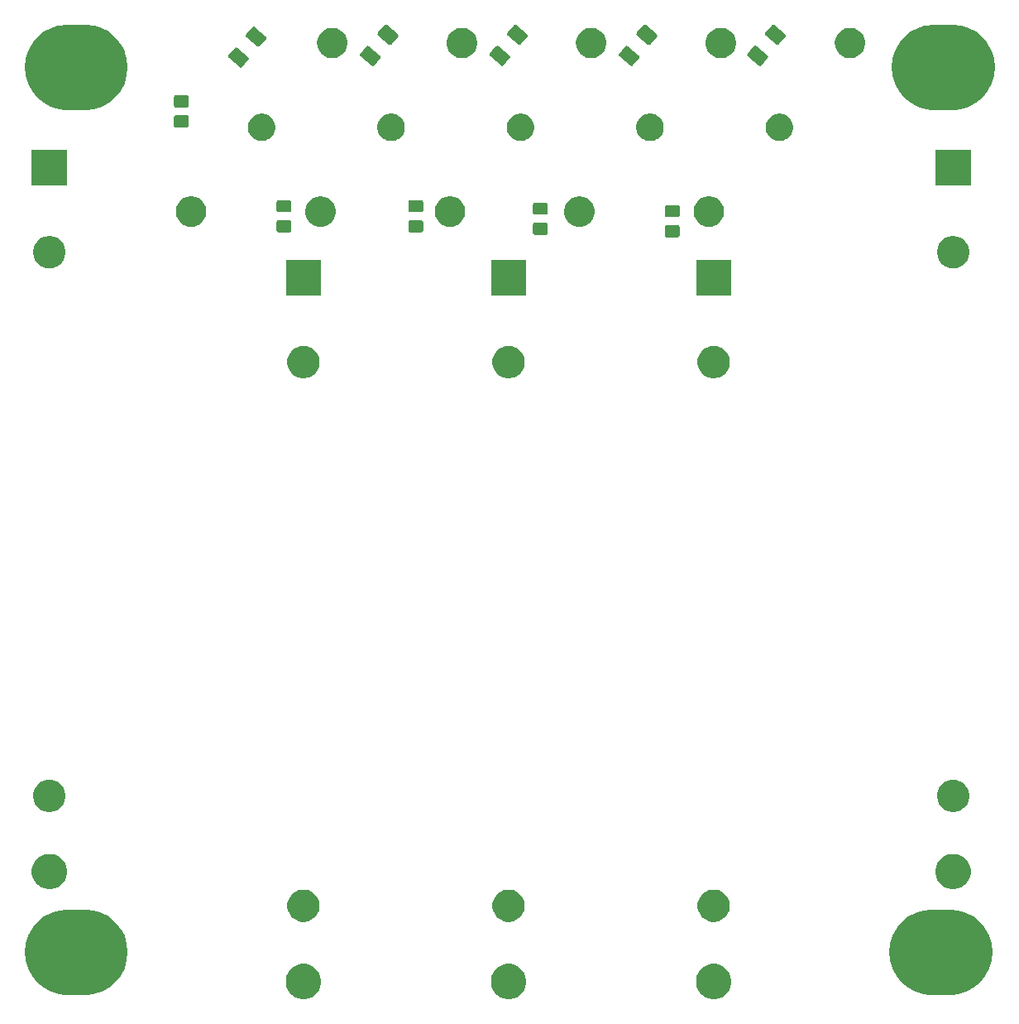
<source format=gbr>
G04 #@! TF.GenerationSoftware,KiCad,Pcbnew,(5.1.2)-2*
G04 #@! TF.CreationDate,2019-10-08T20:06:50+08:00*
G04 #@! TF.ProjectId,18650 holder,31383635-3020-4686-9f6c-6465722e6b69,rev?*
G04 #@! TF.SameCoordinates,Original*
G04 #@! TF.FileFunction,Soldermask,Top*
G04 #@! TF.FilePolarity,Negative*
%FSLAX46Y46*%
G04 Gerber Fmt 4.6, Leading zero omitted, Abs format (unit mm)*
G04 Created by KiCad (PCBNEW (5.1.2)-2) date 2019-10-08 20:06:50*
%MOMM*%
%LPD*%
G04 APERTURE LIST*
%ADD10C,0.100000*%
G04 APERTURE END LIST*
D10*
G36*
X175525331Y-133518211D02*
G01*
X175853092Y-133653974D01*
X176148070Y-133851072D01*
X176398928Y-134101930D01*
X176596026Y-134396908D01*
X176731789Y-134724669D01*
X176801000Y-135072616D01*
X176801000Y-135427384D01*
X176731789Y-135775331D01*
X176596026Y-136103092D01*
X176398928Y-136398070D01*
X176148070Y-136648928D01*
X175853092Y-136846026D01*
X175525331Y-136981789D01*
X175177384Y-137051000D01*
X174822616Y-137051000D01*
X174474669Y-136981789D01*
X174146908Y-136846026D01*
X173851930Y-136648928D01*
X173601072Y-136398070D01*
X173403974Y-136103092D01*
X173268211Y-135775331D01*
X173199000Y-135427384D01*
X173199000Y-135072616D01*
X173268211Y-134724669D01*
X173403974Y-134396908D01*
X173601072Y-134101930D01*
X173851930Y-133851072D01*
X174146908Y-133653974D01*
X174474669Y-133518211D01*
X174822616Y-133449000D01*
X175177384Y-133449000D01*
X175525331Y-133518211D01*
X175525331Y-133518211D01*
G37*
G36*
X154525331Y-133518211D02*
G01*
X154853092Y-133653974D01*
X155148070Y-133851072D01*
X155398928Y-134101930D01*
X155596026Y-134396908D01*
X155731789Y-134724669D01*
X155801000Y-135072616D01*
X155801000Y-135427384D01*
X155731789Y-135775331D01*
X155596026Y-136103092D01*
X155398928Y-136398070D01*
X155148070Y-136648928D01*
X154853092Y-136846026D01*
X154525331Y-136981789D01*
X154177384Y-137051000D01*
X153822616Y-137051000D01*
X153474669Y-136981789D01*
X153146908Y-136846026D01*
X152851930Y-136648928D01*
X152601072Y-136398070D01*
X152403974Y-136103092D01*
X152268211Y-135775331D01*
X152199000Y-135427384D01*
X152199000Y-135072616D01*
X152268211Y-134724669D01*
X152403974Y-134396908D01*
X152601072Y-134101930D01*
X152851930Y-133851072D01*
X153146908Y-133653974D01*
X153474669Y-133518211D01*
X153822616Y-133449000D01*
X154177384Y-133449000D01*
X154525331Y-133518211D01*
X154525331Y-133518211D01*
G37*
G36*
X133525331Y-133518211D02*
G01*
X133853092Y-133653974D01*
X134148070Y-133851072D01*
X134398928Y-134101930D01*
X134596026Y-134396908D01*
X134731789Y-134724669D01*
X134801000Y-135072616D01*
X134801000Y-135427384D01*
X134731789Y-135775331D01*
X134596026Y-136103092D01*
X134398928Y-136398070D01*
X134148070Y-136648928D01*
X133853092Y-136846026D01*
X133525331Y-136981789D01*
X133177384Y-137051000D01*
X132822616Y-137051000D01*
X132474669Y-136981789D01*
X132146908Y-136846026D01*
X131851930Y-136648928D01*
X131601072Y-136398070D01*
X131403974Y-136103092D01*
X131268211Y-135775331D01*
X131199000Y-135427384D01*
X131199000Y-135072616D01*
X131268211Y-134724669D01*
X131403974Y-134396908D01*
X131601072Y-134101930D01*
X131851930Y-133851072D01*
X132146908Y-133653974D01*
X132474669Y-133518211D01*
X132822616Y-133449000D01*
X133177384Y-133449000D01*
X133525331Y-133518211D01*
X133525331Y-133518211D01*
G37*
G36*
X111502943Y-127961955D02*
G01*
X111913029Y-128086354D01*
X112323112Y-128210751D01*
X112323114Y-128210752D01*
X113078978Y-128614769D01*
X113078981Y-128614771D01*
X113078982Y-128614772D01*
X113741508Y-129158492D01*
X114169215Y-129679656D01*
X114285231Y-129821022D01*
X114689248Y-130576886D01*
X114938045Y-131397057D01*
X115022052Y-132250000D01*
X114938045Y-133102943D01*
X114689248Y-133923114D01*
X114285231Y-134678978D01*
X114285229Y-134678981D01*
X114285228Y-134678982D01*
X113741508Y-135341508D01*
X113189694Y-135794369D01*
X113078978Y-135885231D01*
X112323114Y-136289248D01*
X112323112Y-136289249D01*
X111964377Y-136398070D01*
X111502943Y-136538045D01*
X110863748Y-136601000D01*
X108636252Y-136601000D01*
X107997057Y-136538045D01*
X107535623Y-136398070D01*
X107176888Y-136289249D01*
X107176886Y-136289248D01*
X106421022Y-135885231D01*
X106310306Y-135794369D01*
X105758492Y-135341508D01*
X105214772Y-134678982D01*
X105214771Y-134678981D01*
X105214769Y-134678978D01*
X104810752Y-133923114D01*
X104561955Y-133102943D01*
X104477948Y-132250000D01*
X104561955Y-131397057D01*
X104810752Y-130576886D01*
X105214769Y-129821022D01*
X105330785Y-129679656D01*
X105758492Y-129158492D01*
X106421018Y-128614772D01*
X106421019Y-128614771D01*
X106421022Y-128614769D01*
X107176886Y-128210752D01*
X107176888Y-128210751D01*
X107586971Y-128086354D01*
X107997057Y-127961955D01*
X108636252Y-127899000D01*
X110863748Y-127899000D01*
X111502943Y-127961955D01*
X111502943Y-127961955D01*
G37*
G36*
X200002943Y-127961955D02*
G01*
X200413029Y-128086354D01*
X200823112Y-128210751D01*
X200823114Y-128210752D01*
X201578978Y-128614769D01*
X201578981Y-128614771D01*
X201578982Y-128614772D01*
X202241508Y-129158492D01*
X202669215Y-129679656D01*
X202785231Y-129821022D01*
X203189248Y-130576886D01*
X203438045Y-131397057D01*
X203522052Y-132250000D01*
X203438045Y-133102943D01*
X203189248Y-133923114D01*
X202785231Y-134678978D01*
X202785229Y-134678981D01*
X202785228Y-134678982D01*
X202241508Y-135341508D01*
X201689694Y-135794369D01*
X201578978Y-135885231D01*
X200823114Y-136289248D01*
X200823112Y-136289249D01*
X200464377Y-136398070D01*
X200002943Y-136538045D01*
X199363748Y-136601000D01*
X197136252Y-136601000D01*
X196497057Y-136538045D01*
X196035623Y-136398070D01*
X195676888Y-136289249D01*
X195676886Y-136289248D01*
X194921022Y-135885231D01*
X194810306Y-135794369D01*
X194258492Y-135341508D01*
X193714772Y-134678982D01*
X193714771Y-134678981D01*
X193714769Y-134678978D01*
X193310752Y-133923114D01*
X193061955Y-133102943D01*
X192977948Y-132250000D01*
X193061955Y-131397057D01*
X193310752Y-130576886D01*
X193714769Y-129821022D01*
X193830785Y-129679656D01*
X194258492Y-129158492D01*
X194921018Y-128614772D01*
X194921019Y-128614771D01*
X194921022Y-128614769D01*
X195676886Y-128210752D01*
X195676888Y-128210751D01*
X196086971Y-128086354D01*
X196497057Y-127961955D01*
X197136252Y-127899000D01*
X199363748Y-127899000D01*
X200002943Y-127961955D01*
X200002943Y-127961955D01*
G37*
G36*
X133375256Y-125896298D02*
G01*
X133481579Y-125917447D01*
X133782042Y-126041903D01*
X134052451Y-126222585D01*
X134282415Y-126452549D01*
X134463097Y-126722958D01*
X134587553Y-127023421D01*
X134651000Y-127342391D01*
X134651000Y-127667609D01*
X134587553Y-127986579D01*
X134463097Y-128287042D01*
X134282415Y-128557451D01*
X134052451Y-128787415D01*
X133782042Y-128968097D01*
X133481579Y-129092553D01*
X133375256Y-129113702D01*
X133162611Y-129156000D01*
X132837389Y-129156000D01*
X132624744Y-129113702D01*
X132518421Y-129092553D01*
X132217958Y-128968097D01*
X131947549Y-128787415D01*
X131717585Y-128557451D01*
X131536903Y-128287042D01*
X131412447Y-127986579D01*
X131349000Y-127667609D01*
X131349000Y-127342391D01*
X131412447Y-127023421D01*
X131536903Y-126722958D01*
X131717585Y-126452549D01*
X131947549Y-126222585D01*
X132217958Y-126041903D01*
X132518421Y-125917447D01*
X132624744Y-125896298D01*
X132837389Y-125854000D01*
X133162611Y-125854000D01*
X133375256Y-125896298D01*
X133375256Y-125896298D01*
G37*
G36*
X154375256Y-125896298D02*
G01*
X154481579Y-125917447D01*
X154782042Y-126041903D01*
X155052451Y-126222585D01*
X155282415Y-126452549D01*
X155463097Y-126722958D01*
X155587553Y-127023421D01*
X155651000Y-127342391D01*
X155651000Y-127667609D01*
X155587553Y-127986579D01*
X155463097Y-128287042D01*
X155282415Y-128557451D01*
X155052451Y-128787415D01*
X154782042Y-128968097D01*
X154481579Y-129092553D01*
X154375256Y-129113702D01*
X154162611Y-129156000D01*
X153837389Y-129156000D01*
X153624744Y-129113702D01*
X153518421Y-129092553D01*
X153217958Y-128968097D01*
X152947549Y-128787415D01*
X152717585Y-128557451D01*
X152536903Y-128287042D01*
X152412447Y-127986579D01*
X152349000Y-127667609D01*
X152349000Y-127342391D01*
X152412447Y-127023421D01*
X152536903Y-126722958D01*
X152717585Y-126452549D01*
X152947549Y-126222585D01*
X153217958Y-126041903D01*
X153518421Y-125917447D01*
X153624744Y-125896298D01*
X153837389Y-125854000D01*
X154162611Y-125854000D01*
X154375256Y-125896298D01*
X154375256Y-125896298D01*
G37*
G36*
X175375256Y-125896298D02*
G01*
X175481579Y-125917447D01*
X175782042Y-126041903D01*
X176052451Y-126222585D01*
X176282415Y-126452549D01*
X176463097Y-126722958D01*
X176587553Y-127023421D01*
X176651000Y-127342391D01*
X176651000Y-127667609D01*
X176587553Y-127986579D01*
X176463097Y-128287042D01*
X176282415Y-128557451D01*
X176052451Y-128787415D01*
X175782042Y-128968097D01*
X175481579Y-129092553D01*
X175375256Y-129113702D01*
X175162611Y-129156000D01*
X174837389Y-129156000D01*
X174624744Y-129113702D01*
X174518421Y-129092553D01*
X174217958Y-128968097D01*
X173947549Y-128787415D01*
X173717585Y-128557451D01*
X173536903Y-128287042D01*
X173412447Y-127986579D01*
X173349000Y-127667609D01*
X173349000Y-127342391D01*
X173412447Y-127023421D01*
X173536903Y-126722958D01*
X173717585Y-126452549D01*
X173947549Y-126222585D01*
X174217958Y-126041903D01*
X174518421Y-125917447D01*
X174624744Y-125896298D01*
X174837389Y-125854000D01*
X175162611Y-125854000D01*
X175375256Y-125896298D01*
X175375256Y-125896298D01*
G37*
G36*
X200025331Y-122268211D02*
G01*
X200353092Y-122403974D01*
X200648070Y-122601072D01*
X200898928Y-122851930D01*
X201096026Y-123146908D01*
X201231789Y-123474669D01*
X201301000Y-123822616D01*
X201301000Y-124177384D01*
X201231789Y-124525331D01*
X201096026Y-124853092D01*
X200898928Y-125148070D01*
X200648070Y-125398928D01*
X200353092Y-125596026D01*
X200025331Y-125731789D01*
X199677384Y-125801000D01*
X199322616Y-125801000D01*
X198974669Y-125731789D01*
X198646908Y-125596026D01*
X198351930Y-125398928D01*
X198101072Y-125148070D01*
X197903974Y-124853092D01*
X197768211Y-124525331D01*
X197699000Y-124177384D01*
X197699000Y-123822616D01*
X197768211Y-123474669D01*
X197903974Y-123146908D01*
X198101072Y-122851930D01*
X198351930Y-122601072D01*
X198646908Y-122403974D01*
X198974669Y-122268211D01*
X199322616Y-122199000D01*
X199677384Y-122199000D01*
X200025331Y-122268211D01*
X200025331Y-122268211D01*
G37*
G36*
X107525331Y-122268211D02*
G01*
X107853092Y-122403974D01*
X108148070Y-122601072D01*
X108398928Y-122851930D01*
X108596026Y-123146908D01*
X108731789Y-123474669D01*
X108801000Y-123822616D01*
X108801000Y-124177384D01*
X108731789Y-124525331D01*
X108596026Y-124853092D01*
X108398928Y-125148070D01*
X108148070Y-125398928D01*
X107853092Y-125596026D01*
X107525331Y-125731789D01*
X107177384Y-125801000D01*
X106822616Y-125801000D01*
X106474669Y-125731789D01*
X106146908Y-125596026D01*
X105851930Y-125398928D01*
X105601072Y-125148070D01*
X105403974Y-124853092D01*
X105268211Y-124525331D01*
X105199000Y-124177384D01*
X105199000Y-123822616D01*
X105268211Y-123474669D01*
X105403974Y-123146908D01*
X105601072Y-122851930D01*
X105851930Y-122601072D01*
X106146908Y-122403974D01*
X106474669Y-122268211D01*
X106822616Y-122199000D01*
X107177384Y-122199000D01*
X107525331Y-122268211D01*
X107525331Y-122268211D01*
G37*
G36*
X107375256Y-114646298D02*
G01*
X107481579Y-114667447D01*
X107782042Y-114791903D01*
X108052451Y-114972585D01*
X108282415Y-115202549D01*
X108463097Y-115472958D01*
X108587553Y-115773421D01*
X108651000Y-116092391D01*
X108651000Y-116417609D01*
X108587553Y-116736579D01*
X108463097Y-117037042D01*
X108282415Y-117307451D01*
X108052451Y-117537415D01*
X107782042Y-117718097D01*
X107481579Y-117842553D01*
X107375256Y-117863702D01*
X107162611Y-117906000D01*
X106837389Y-117906000D01*
X106624744Y-117863702D01*
X106518421Y-117842553D01*
X106217958Y-117718097D01*
X105947549Y-117537415D01*
X105717585Y-117307451D01*
X105536903Y-117037042D01*
X105412447Y-116736579D01*
X105349000Y-116417609D01*
X105349000Y-116092391D01*
X105412447Y-115773421D01*
X105536903Y-115472958D01*
X105717585Y-115202549D01*
X105947549Y-114972585D01*
X106217958Y-114791903D01*
X106518421Y-114667447D01*
X106624744Y-114646298D01*
X106837389Y-114604000D01*
X107162611Y-114604000D01*
X107375256Y-114646298D01*
X107375256Y-114646298D01*
G37*
G36*
X199875256Y-114646298D02*
G01*
X199981579Y-114667447D01*
X200282042Y-114791903D01*
X200552451Y-114972585D01*
X200782415Y-115202549D01*
X200963097Y-115472958D01*
X201087553Y-115773421D01*
X201151000Y-116092391D01*
X201151000Y-116417609D01*
X201087553Y-116736579D01*
X200963097Y-117037042D01*
X200782415Y-117307451D01*
X200552451Y-117537415D01*
X200282042Y-117718097D01*
X199981579Y-117842553D01*
X199875256Y-117863702D01*
X199662611Y-117906000D01*
X199337389Y-117906000D01*
X199124744Y-117863702D01*
X199018421Y-117842553D01*
X198717958Y-117718097D01*
X198447549Y-117537415D01*
X198217585Y-117307451D01*
X198036903Y-117037042D01*
X197912447Y-116736579D01*
X197849000Y-116417609D01*
X197849000Y-116092391D01*
X197912447Y-115773421D01*
X198036903Y-115472958D01*
X198217585Y-115202549D01*
X198447549Y-114972585D01*
X198717958Y-114791903D01*
X199018421Y-114667447D01*
X199124744Y-114646298D01*
X199337389Y-114604000D01*
X199662611Y-114604000D01*
X199875256Y-114646298D01*
X199875256Y-114646298D01*
G37*
G36*
X154375256Y-70286298D02*
G01*
X154481579Y-70307447D01*
X154782042Y-70431903D01*
X155052451Y-70612585D01*
X155282415Y-70842549D01*
X155463097Y-71112958D01*
X155587553Y-71413421D01*
X155651000Y-71732391D01*
X155651000Y-72057609D01*
X155587553Y-72376579D01*
X155463097Y-72677042D01*
X155282415Y-72947451D01*
X155052451Y-73177415D01*
X154782042Y-73358097D01*
X154481579Y-73482553D01*
X154375256Y-73503702D01*
X154162611Y-73546000D01*
X153837389Y-73546000D01*
X153624744Y-73503702D01*
X153518421Y-73482553D01*
X153217958Y-73358097D01*
X152947549Y-73177415D01*
X152717585Y-72947451D01*
X152536903Y-72677042D01*
X152412447Y-72376579D01*
X152349000Y-72057609D01*
X152349000Y-71732391D01*
X152412447Y-71413421D01*
X152536903Y-71112958D01*
X152717585Y-70842549D01*
X152947549Y-70612585D01*
X153217958Y-70431903D01*
X153518421Y-70307447D01*
X153624744Y-70286298D01*
X153837389Y-70244000D01*
X154162611Y-70244000D01*
X154375256Y-70286298D01*
X154375256Y-70286298D01*
G37*
G36*
X175375256Y-70286298D02*
G01*
X175481579Y-70307447D01*
X175782042Y-70431903D01*
X176052451Y-70612585D01*
X176282415Y-70842549D01*
X176463097Y-71112958D01*
X176587553Y-71413421D01*
X176651000Y-71732391D01*
X176651000Y-72057609D01*
X176587553Y-72376579D01*
X176463097Y-72677042D01*
X176282415Y-72947451D01*
X176052451Y-73177415D01*
X175782042Y-73358097D01*
X175481579Y-73482553D01*
X175375256Y-73503702D01*
X175162611Y-73546000D01*
X174837389Y-73546000D01*
X174624744Y-73503702D01*
X174518421Y-73482553D01*
X174217958Y-73358097D01*
X173947549Y-73177415D01*
X173717585Y-72947451D01*
X173536903Y-72677042D01*
X173412447Y-72376579D01*
X173349000Y-72057609D01*
X173349000Y-71732391D01*
X173412447Y-71413421D01*
X173536903Y-71112958D01*
X173717585Y-70842549D01*
X173947549Y-70612585D01*
X174217958Y-70431903D01*
X174518421Y-70307447D01*
X174624744Y-70286298D01*
X174837389Y-70244000D01*
X175162611Y-70244000D01*
X175375256Y-70286298D01*
X175375256Y-70286298D01*
G37*
G36*
X133375256Y-70286298D02*
G01*
X133481579Y-70307447D01*
X133782042Y-70431903D01*
X134052451Y-70612585D01*
X134282415Y-70842549D01*
X134463097Y-71112958D01*
X134587553Y-71413421D01*
X134651000Y-71732391D01*
X134651000Y-72057609D01*
X134587553Y-72376579D01*
X134463097Y-72677042D01*
X134282415Y-72947451D01*
X134052451Y-73177415D01*
X133782042Y-73358097D01*
X133481579Y-73482553D01*
X133375256Y-73503702D01*
X133162611Y-73546000D01*
X132837389Y-73546000D01*
X132624744Y-73503702D01*
X132518421Y-73482553D01*
X132217958Y-73358097D01*
X131947549Y-73177415D01*
X131717585Y-72947451D01*
X131536903Y-72677042D01*
X131412447Y-72376579D01*
X131349000Y-72057609D01*
X131349000Y-71732391D01*
X131412447Y-71413421D01*
X131536903Y-71112958D01*
X131717585Y-70842549D01*
X131947549Y-70612585D01*
X132217958Y-70431903D01*
X132518421Y-70307447D01*
X132624744Y-70286298D01*
X132837389Y-70244000D01*
X133162611Y-70244000D01*
X133375256Y-70286298D01*
X133375256Y-70286298D01*
G37*
G36*
X134801000Y-65051000D02*
G01*
X131199000Y-65051000D01*
X131199000Y-61449000D01*
X134801000Y-61449000D01*
X134801000Y-65051000D01*
X134801000Y-65051000D01*
G37*
G36*
X155801000Y-65051000D02*
G01*
X152199000Y-65051000D01*
X152199000Y-61449000D01*
X155801000Y-61449000D01*
X155801000Y-65051000D01*
X155801000Y-65051000D01*
G37*
G36*
X176801000Y-65051000D02*
G01*
X173199000Y-65051000D01*
X173199000Y-61449000D01*
X176801000Y-61449000D01*
X176801000Y-65051000D01*
X176801000Y-65051000D01*
G37*
G36*
X199874275Y-59036103D02*
G01*
X199981579Y-59057447D01*
X200282042Y-59181903D01*
X200552451Y-59362585D01*
X200782415Y-59592549D01*
X200963097Y-59862958D01*
X201087553Y-60163421D01*
X201151000Y-60482391D01*
X201151000Y-60807609D01*
X201087553Y-61126579D01*
X200963097Y-61427042D01*
X200782415Y-61697451D01*
X200552451Y-61927415D01*
X200282042Y-62108097D01*
X199981579Y-62232553D01*
X199875256Y-62253702D01*
X199662611Y-62296000D01*
X199337389Y-62296000D01*
X199124744Y-62253702D01*
X199018421Y-62232553D01*
X198717958Y-62108097D01*
X198447549Y-61927415D01*
X198217585Y-61697451D01*
X198036903Y-61427042D01*
X197912447Y-61126579D01*
X197849000Y-60807609D01*
X197849000Y-60482391D01*
X197912447Y-60163421D01*
X198036903Y-59862958D01*
X198217585Y-59592549D01*
X198447549Y-59362585D01*
X198717958Y-59181903D01*
X199018421Y-59057447D01*
X199125725Y-59036103D01*
X199337389Y-58994000D01*
X199662611Y-58994000D01*
X199874275Y-59036103D01*
X199874275Y-59036103D01*
G37*
G36*
X107374275Y-59036103D02*
G01*
X107481579Y-59057447D01*
X107782042Y-59181903D01*
X108052451Y-59362585D01*
X108282415Y-59592549D01*
X108463097Y-59862958D01*
X108587553Y-60163421D01*
X108651000Y-60482391D01*
X108651000Y-60807609D01*
X108587553Y-61126579D01*
X108463097Y-61427042D01*
X108282415Y-61697451D01*
X108052451Y-61927415D01*
X107782042Y-62108097D01*
X107481579Y-62232553D01*
X107375256Y-62253702D01*
X107162611Y-62296000D01*
X106837389Y-62296000D01*
X106624744Y-62253702D01*
X106518421Y-62232553D01*
X106217958Y-62108097D01*
X105947549Y-61927415D01*
X105717585Y-61697451D01*
X105536903Y-61427042D01*
X105412447Y-61126579D01*
X105349000Y-60807609D01*
X105349000Y-60482391D01*
X105412447Y-60163421D01*
X105536903Y-59862958D01*
X105717585Y-59592549D01*
X105947549Y-59362585D01*
X106217958Y-59181903D01*
X106518421Y-59057447D01*
X106625725Y-59036103D01*
X106837389Y-58994000D01*
X107162611Y-58994000D01*
X107374275Y-59036103D01*
X107374275Y-59036103D01*
G37*
G36*
X171338674Y-57878465D02*
G01*
X171376367Y-57889899D01*
X171411103Y-57908466D01*
X171441548Y-57933452D01*
X171466534Y-57963897D01*
X171485101Y-57998633D01*
X171496535Y-58036326D01*
X171501000Y-58081661D01*
X171501000Y-58918339D01*
X171496535Y-58963674D01*
X171485101Y-59001367D01*
X171466534Y-59036103D01*
X171441548Y-59066548D01*
X171411103Y-59091534D01*
X171376367Y-59110101D01*
X171338674Y-59121535D01*
X171293339Y-59126000D01*
X170206661Y-59126000D01*
X170161326Y-59121535D01*
X170123633Y-59110101D01*
X170088897Y-59091534D01*
X170058452Y-59066548D01*
X170033466Y-59036103D01*
X170014899Y-59001367D01*
X170003465Y-58963674D01*
X169999000Y-58918339D01*
X169999000Y-58081661D01*
X170003465Y-58036326D01*
X170014899Y-57998633D01*
X170033466Y-57963897D01*
X170058452Y-57933452D01*
X170088897Y-57908466D01*
X170123633Y-57889899D01*
X170161326Y-57878465D01*
X170206661Y-57874000D01*
X171293339Y-57874000D01*
X171338674Y-57878465D01*
X171338674Y-57878465D01*
G37*
G36*
X157838674Y-57628465D02*
G01*
X157876367Y-57639899D01*
X157911103Y-57658466D01*
X157941548Y-57683452D01*
X157966534Y-57713897D01*
X157985101Y-57748633D01*
X157996535Y-57786326D01*
X158001000Y-57831661D01*
X158001000Y-58668339D01*
X157996535Y-58713674D01*
X157985101Y-58751367D01*
X157966534Y-58786103D01*
X157941548Y-58816548D01*
X157911103Y-58841534D01*
X157876367Y-58860101D01*
X157838674Y-58871535D01*
X157793339Y-58876000D01*
X156706661Y-58876000D01*
X156661326Y-58871535D01*
X156623633Y-58860101D01*
X156588897Y-58841534D01*
X156558452Y-58816548D01*
X156533466Y-58786103D01*
X156514899Y-58751367D01*
X156503465Y-58713674D01*
X156499000Y-58668339D01*
X156499000Y-57831661D01*
X156503465Y-57786326D01*
X156514899Y-57748633D01*
X156533466Y-57713897D01*
X156558452Y-57683452D01*
X156588897Y-57658466D01*
X156623633Y-57639899D01*
X156661326Y-57628465D01*
X156706661Y-57624000D01*
X157793339Y-57624000D01*
X157838674Y-57628465D01*
X157838674Y-57628465D01*
G37*
G36*
X145088674Y-57378465D02*
G01*
X145126367Y-57389899D01*
X145161103Y-57408466D01*
X145191548Y-57433452D01*
X145216534Y-57463897D01*
X145235101Y-57498633D01*
X145246535Y-57536326D01*
X145251000Y-57581661D01*
X145251000Y-58418339D01*
X145246535Y-58463674D01*
X145235101Y-58501367D01*
X145216534Y-58536103D01*
X145191548Y-58566548D01*
X145161103Y-58591534D01*
X145126367Y-58610101D01*
X145088674Y-58621535D01*
X145043339Y-58626000D01*
X143956661Y-58626000D01*
X143911326Y-58621535D01*
X143873633Y-58610101D01*
X143838897Y-58591534D01*
X143808452Y-58566548D01*
X143783466Y-58536103D01*
X143764899Y-58501367D01*
X143753465Y-58463674D01*
X143749000Y-58418339D01*
X143749000Y-57581661D01*
X143753465Y-57536326D01*
X143764899Y-57498633D01*
X143783466Y-57463897D01*
X143808452Y-57433452D01*
X143838897Y-57408466D01*
X143873633Y-57389899D01*
X143911326Y-57378465D01*
X143956661Y-57374000D01*
X145043339Y-57374000D01*
X145088674Y-57378465D01*
X145088674Y-57378465D01*
G37*
G36*
X131588674Y-57378465D02*
G01*
X131626367Y-57389899D01*
X131661103Y-57408466D01*
X131691548Y-57433452D01*
X131716534Y-57463897D01*
X131735101Y-57498633D01*
X131746535Y-57536326D01*
X131751000Y-57581661D01*
X131751000Y-58418339D01*
X131746535Y-58463674D01*
X131735101Y-58501367D01*
X131716534Y-58536103D01*
X131691548Y-58566548D01*
X131661103Y-58591534D01*
X131626367Y-58610101D01*
X131588674Y-58621535D01*
X131543339Y-58626000D01*
X130456661Y-58626000D01*
X130411326Y-58621535D01*
X130373633Y-58610101D01*
X130338897Y-58591534D01*
X130308452Y-58566548D01*
X130283466Y-58536103D01*
X130264899Y-58501367D01*
X130253465Y-58463674D01*
X130249000Y-58418339D01*
X130249000Y-57581661D01*
X130253465Y-57536326D01*
X130264899Y-57498633D01*
X130283466Y-57463897D01*
X130308452Y-57433452D01*
X130338897Y-57408466D01*
X130373633Y-57389899D01*
X130411326Y-57378465D01*
X130456661Y-57374000D01*
X131543339Y-57374000D01*
X131588674Y-57378465D01*
X131588674Y-57378465D01*
G37*
G36*
X148302585Y-54978802D02*
G01*
X148452410Y-55008604D01*
X148734674Y-55125521D01*
X148988705Y-55295259D01*
X149204741Y-55511295D01*
X149374479Y-55765326D01*
X149491396Y-56047590D01*
X149491396Y-56047591D01*
X149551000Y-56347239D01*
X149551000Y-56652761D01*
X149540601Y-56705038D01*
X149491396Y-56952410D01*
X149374479Y-57234674D01*
X149204741Y-57488705D01*
X148988705Y-57704741D01*
X148734674Y-57874479D01*
X148452410Y-57991396D01*
X148302585Y-58021198D01*
X148152761Y-58051000D01*
X147847239Y-58051000D01*
X147697415Y-58021198D01*
X147547590Y-57991396D01*
X147265326Y-57874479D01*
X147011295Y-57704741D01*
X146795259Y-57488705D01*
X146625521Y-57234674D01*
X146508604Y-56952410D01*
X146459399Y-56705038D01*
X146449000Y-56652761D01*
X146449000Y-56347239D01*
X146508604Y-56047591D01*
X146508604Y-56047590D01*
X146625521Y-55765326D01*
X146795259Y-55511295D01*
X147011295Y-55295259D01*
X147265326Y-55125521D01*
X147547590Y-55008604D01*
X147697415Y-54978802D01*
X147847239Y-54949000D01*
X148152761Y-54949000D01*
X148302585Y-54978802D01*
X148302585Y-54978802D01*
G37*
G36*
X174802585Y-54978802D02*
G01*
X174952410Y-55008604D01*
X175234674Y-55125521D01*
X175488705Y-55295259D01*
X175704741Y-55511295D01*
X175874479Y-55765326D01*
X175991396Y-56047590D01*
X175991396Y-56047591D01*
X176051000Y-56347239D01*
X176051000Y-56652761D01*
X176040601Y-56705038D01*
X175991396Y-56952410D01*
X175874479Y-57234674D01*
X175704741Y-57488705D01*
X175488705Y-57704741D01*
X175234674Y-57874479D01*
X174952410Y-57991396D01*
X174802585Y-58021198D01*
X174652761Y-58051000D01*
X174347239Y-58051000D01*
X174197415Y-58021198D01*
X174047590Y-57991396D01*
X173765326Y-57874479D01*
X173511295Y-57704741D01*
X173295259Y-57488705D01*
X173125521Y-57234674D01*
X173008604Y-56952410D01*
X172959399Y-56705038D01*
X172949000Y-56652761D01*
X172949000Y-56347239D01*
X173008604Y-56047591D01*
X173008604Y-56047590D01*
X173125521Y-55765326D01*
X173295259Y-55511295D01*
X173511295Y-55295259D01*
X173765326Y-55125521D01*
X174047590Y-55008604D01*
X174197415Y-54978802D01*
X174347239Y-54949000D01*
X174652761Y-54949000D01*
X174802585Y-54978802D01*
X174802585Y-54978802D01*
G37*
G36*
X161552585Y-54978802D02*
G01*
X161702410Y-55008604D01*
X161984674Y-55125521D01*
X162238705Y-55295259D01*
X162454741Y-55511295D01*
X162624479Y-55765326D01*
X162741396Y-56047590D01*
X162741396Y-56047591D01*
X162801000Y-56347239D01*
X162801000Y-56652761D01*
X162790601Y-56705038D01*
X162741396Y-56952410D01*
X162624479Y-57234674D01*
X162454741Y-57488705D01*
X162238705Y-57704741D01*
X161984674Y-57874479D01*
X161702410Y-57991396D01*
X161552585Y-58021198D01*
X161402761Y-58051000D01*
X161097239Y-58051000D01*
X160947415Y-58021198D01*
X160797590Y-57991396D01*
X160515326Y-57874479D01*
X160261295Y-57704741D01*
X160045259Y-57488705D01*
X159875521Y-57234674D01*
X159758604Y-56952410D01*
X159709399Y-56705038D01*
X159699000Y-56652761D01*
X159699000Y-56347239D01*
X159758604Y-56047591D01*
X159758604Y-56047590D01*
X159875521Y-55765326D01*
X160045259Y-55511295D01*
X160261295Y-55295259D01*
X160515326Y-55125521D01*
X160797590Y-55008604D01*
X160947415Y-54978802D01*
X161097239Y-54949000D01*
X161402761Y-54949000D01*
X161552585Y-54978802D01*
X161552585Y-54978802D01*
G37*
G36*
X121802585Y-54978802D02*
G01*
X121952410Y-55008604D01*
X122234674Y-55125521D01*
X122488705Y-55295259D01*
X122704741Y-55511295D01*
X122874479Y-55765326D01*
X122991396Y-56047590D01*
X122991396Y-56047591D01*
X123051000Y-56347239D01*
X123051000Y-56652761D01*
X123040601Y-56705038D01*
X122991396Y-56952410D01*
X122874479Y-57234674D01*
X122704741Y-57488705D01*
X122488705Y-57704741D01*
X122234674Y-57874479D01*
X121952410Y-57991396D01*
X121802585Y-58021198D01*
X121652761Y-58051000D01*
X121347239Y-58051000D01*
X121197415Y-58021198D01*
X121047590Y-57991396D01*
X120765326Y-57874479D01*
X120511295Y-57704741D01*
X120295259Y-57488705D01*
X120125521Y-57234674D01*
X120008604Y-56952410D01*
X119959399Y-56705038D01*
X119949000Y-56652761D01*
X119949000Y-56347239D01*
X120008604Y-56047591D01*
X120008604Y-56047590D01*
X120125521Y-55765326D01*
X120295259Y-55511295D01*
X120511295Y-55295259D01*
X120765326Y-55125521D01*
X121047590Y-55008604D01*
X121197415Y-54978802D01*
X121347239Y-54949000D01*
X121652761Y-54949000D01*
X121802585Y-54978802D01*
X121802585Y-54978802D01*
G37*
G36*
X135052585Y-54978802D02*
G01*
X135202410Y-55008604D01*
X135484674Y-55125521D01*
X135738705Y-55295259D01*
X135954741Y-55511295D01*
X136124479Y-55765326D01*
X136241396Y-56047590D01*
X136241396Y-56047591D01*
X136301000Y-56347239D01*
X136301000Y-56652761D01*
X136290601Y-56705038D01*
X136241396Y-56952410D01*
X136124479Y-57234674D01*
X135954741Y-57488705D01*
X135738705Y-57704741D01*
X135484674Y-57874479D01*
X135202410Y-57991396D01*
X135052585Y-58021198D01*
X134902761Y-58051000D01*
X134597239Y-58051000D01*
X134447415Y-58021198D01*
X134297590Y-57991396D01*
X134015326Y-57874479D01*
X133761295Y-57704741D01*
X133545259Y-57488705D01*
X133375521Y-57234674D01*
X133258604Y-56952410D01*
X133209399Y-56705038D01*
X133199000Y-56652761D01*
X133199000Y-56347239D01*
X133258604Y-56047591D01*
X133258604Y-56047590D01*
X133375521Y-55765326D01*
X133545259Y-55511295D01*
X133761295Y-55295259D01*
X134015326Y-55125521D01*
X134297590Y-55008604D01*
X134447415Y-54978802D01*
X134597239Y-54949000D01*
X134902761Y-54949000D01*
X135052585Y-54978802D01*
X135052585Y-54978802D01*
G37*
G36*
X171338674Y-55828465D02*
G01*
X171376367Y-55839899D01*
X171411103Y-55858466D01*
X171441548Y-55883452D01*
X171466534Y-55913897D01*
X171485101Y-55948633D01*
X171496535Y-55986326D01*
X171501000Y-56031661D01*
X171501000Y-56868339D01*
X171496535Y-56913674D01*
X171485101Y-56951367D01*
X171466534Y-56986103D01*
X171441548Y-57016548D01*
X171411103Y-57041534D01*
X171376367Y-57060101D01*
X171338674Y-57071535D01*
X171293339Y-57076000D01*
X170206661Y-57076000D01*
X170161326Y-57071535D01*
X170123633Y-57060101D01*
X170088897Y-57041534D01*
X170058452Y-57016548D01*
X170033466Y-56986103D01*
X170014899Y-56951367D01*
X170003465Y-56913674D01*
X169999000Y-56868339D01*
X169999000Y-56031661D01*
X170003465Y-55986326D01*
X170014899Y-55948633D01*
X170033466Y-55913897D01*
X170058452Y-55883452D01*
X170088897Y-55858466D01*
X170123633Y-55839899D01*
X170161326Y-55828465D01*
X170206661Y-55824000D01*
X171293339Y-55824000D01*
X171338674Y-55828465D01*
X171338674Y-55828465D01*
G37*
G36*
X157838674Y-55578465D02*
G01*
X157876367Y-55589899D01*
X157911103Y-55608466D01*
X157941548Y-55633452D01*
X157966534Y-55663897D01*
X157985101Y-55698633D01*
X157996535Y-55736326D01*
X158001000Y-55781661D01*
X158001000Y-56618339D01*
X157996535Y-56663674D01*
X157985101Y-56701367D01*
X157966534Y-56736103D01*
X157941548Y-56766548D01*
X157911103Y-56791534D01*
X157876367Y-56810101D01*
X157838674Y-56821535D01*
X157793339Y-56826000D01*
X156706661Y-56826000D01*
X156661326Y-56821535D01*
X156623633Y-56810101D01*
X156588897Y-56791534D01*
X156558452Y-56766548D01*
X156533466Y-56736103D01*
X156514899Y-56701367D01*
X156503465Y-56663674D01*
X156499000Y-56618339D01*
X156499000Y-55781661D01*
X156503465Y-55736326D01*
X156514899Y-55698633D01*
X156533466Y-55663897D01*
X156558452Y-55633452D01*
X156588897Y-55608466D01*
X156623633Y-55589899D01*
X156661326Y-55578465D01*
X156706661Y-55574000D01*
X157793339Y-55574000D01*
X157838674Y-55578465D01*
X157838674Y-55578465D01*
G37*
G36*
X145088674Y-55328465D02*
G01*
X145126367Y-55339899D01*
X145161103Y-55358466D01*
X145191548Y-55383452D01*
X145216534Y-55413897D01*
X145235101Y-55448633D01*
X145246535Y-55486326D01*
X145251000Y-55531661D01*
X145251000Y-56368339D01*
X145246535Y-56413674D01*
X145235101Y-56451367D01*
X145216534Y-56486103D01*
X145191548Y-56516548D01*
X145161103Y-56541534D01*
X145126367Y-56560101D01*
X145088674Y-56571535D01*
X145043339Y-56576000D01*
X143956661Y-56576000D01*
X143911326Y-56571535D01*
X143873633Y-56560101D01*
X143838897Y-56541534D01*
X143808452Y-56516548D01*
X143783466Y-56486103D01*
X143764899Y-56451367D01*
X143753465Y-56413674D01*
X143749000Y-56368339D01*
X143749000Y-55531661D01*
X143753465Y-55486326D01*
X143764899Y-55448633D01*
X143783466Y-55413897D01*
X143808452Y-55383452D01*
X143838897Y-55358466D01*
X143873633Y-55339899D01*
X143911326Y-55328465D01*
X143956661Y-55324000D01*
X145043339Y-55324000D01*
X145088674Y-55328465D01*
X145088674Y-55328465D01*
G37*
G36*
X131588674Y-55328465D02*
G01*
X131626367Y-55339899D01*
X131661103Y-55358466D01*
X131691548Y-55383452D01*
X131716534Y-55413897D01*
X131735101Y-55448633D01*
X131746535Y-55486326D01*
X131751000Y-55531661D01*
X131751000Y-56368339D01*
X131746535Y-56413674D01*
X131735101Y-56451367D01*
X131716534Y-56486103D01*
X131691548Y-56516548D01*
X131661103Y-56541534D01*
X131626367Y-56560101D01*
X131588674Y-56571535D01*
X131543339Y-56576000D01*
X130456661Y-56576000D01*
X130411326Y-56571535D01*
X130373633Y-56560101D01*
X130338897Y-56541534D01*
X130308452Y-56516548D01*
X130283466Y-56486103D01*
X130264899Y-56451367D01*
X130253465Y-56413674D01*
X130249000Y-56368339D01*
X130249000Y-55531661D01*
X130253465Y-55486326D01*
X130264899Y-55448633D01*
X130283466Y-55413897D01*
X130308452Y-55383452D01*
X130338897Y-55358466D01*
X130373633Y-55339899D01*
X130411326Y-55328465D01*
X130456661Y-55324000D01*
X131543339Y-55324000D01*
X131588674Y-55328465D01*
X131588674Y-55328465D01*
G37*
G36*
X201301000Y-53801000D02*
G01*
X197699000Y-53801000D01*
X197699000Y-50199000D01*
X201301000Y-50199000D01*
X201301000Y-53801000D01*
X201301000Y-53801000D01*
G37*
G36*
X108801000Y-53801000D02*
G01*
X105199000Y-53801000D01*
X105199000Y-50199000D01*
X108801000Y-50199000D01*
X108801000Y-53801000D01*
X108801000Y-53801000D01*
G37*
G36*
X168799794Y-46516893D02*
G01*
X168890018Y-46534839D01*
X168995628Y-46578585D01*
X169144982Y-46640449D01*
X169181574Y-46664899D01*
X169374447Y-46793772D01*
X169569589Y-46988914D01*
X169672036Y-47142237D01*
X169722912Y-47218379D01*
X169828522Y-47473344D01*
X169882361Y-47744012D01*
X169882361Y-48019988D01*
X169828522Y-48290656D01*
X169722912Y-48545621D01*
X169722911Y-48545622D01*
X169569589Y-48775086D01*
X169374447Y-48970228D01*
X169221124Y-49072675D01*
X169144982Y-49123551D01*
X168995628Y-49185415D01*
X168890018Y-49229161D01*
X168799794Y-49247107D01*
X168619349Y-49283000D01*
X168343373Y-49283000D01*
X168162928Y-49247107D01*
X168072704Y-49229161D01*
X167967094Y-49185415D01*
X167817740Y-49123551D01*
X167741598Y-49072675D01*
X167588275Y-48970228D01*
X167393133Y-48775086D01*
X167239811Y-48545622D01*
X167239810Y-48545621D01*
X167134200Y-48290656D01*
X167080361Y-48019988D01*
X167080361Y-47744012D01*
X167134200Y-47473344D01*
X167239810Y-47218379D01*
X167290686Y-47142237D01*
X167393133Y-46988914D01*
X167588275Y-46793772D01*
X167781148Y-46664899D01*
X167817740Y-46640449D01*
X167967094Y-46578585D01*
X168072704Y-46534839D01*
X168162928Y-46516893D01*
X168343373Y-46481000D01*
X168619349Y-46481000D01*
X168799794Y-46516893D01*
X168799794Y-46516893D01*
G37*
G36*
X155549794Y-46516893D02*
G01*
X155640018Y-46534839D01*
X155745628Y-46578585D01*
X155894982Y-46640449D01*
X155931574Y-46664899D01*
X156124447Y-46793772D01*
X156319589Y-46988914D01*
X156422036Y-47142237D01*
X156472912Y-47218379D01*
X156578522Y-47473344D01*
X156632361Y-47744012D01*
X156632361Y-48019988D01*
X156578522Y-48290656D01*
X156472912Y-48545621D01*
X156472911Y-48545622D01*
X156319589Y-48775086D01*
X156124447Y-48970228D01*
X155971124Y-49072675D01*
X155894982Y-49123551D01*
X155745628Y-49185415D01*
X155640018Y-49229161D01*
X155549794Y-49247107D01*
X155369349Y-49283000D01*
X155093373Y-49283000D01*
X154912928Y-49247107D01*
X154822704Y-49229161D01*
X154717094Y-49185415D01*
X154567740Y-49123551D01*
X154491598Y-49072675D01*
X154338275Y-48970228D01*
X154143133Y-48775086D01*
X153989811Y-48545622D01*
X153989810Y-48545621D01*
X153884200Y-48290656D01*
X153830361Y-48019988D01*
X153830361Y-47744012D01*
X153884200Y-47473344D01*
X153989810Y-47218379D01*
X154040686Y-47142237D01*
X154143133Y-46988914D01*
X154338275Y-46793772D01*
X154531148Y-46664899D01*
X154567740Y-46640449D01*
X154717094Y-46578585D01*
X154822704Y-46534839D01*
X154912928Y-46516893D01*
X155093373Y-46481000D01*
X155369349Y-46481000D01*
X155549794Y-46516893D01*
X155549794Y-46516893D01*
G37*
G36*
X142299794Y-46516893D02*
G01*
X142390018Y-46534839D01*
X142495628Y-46578585D01*
X142644982Y-46640449D01*
X142681574Y-46664899D01*
X142874447Y-46793772D01*
X143069589Y-46988914D01*
X143172036Y-47142237D01*
X143222912Y-47218379D01*
X143328522Y-47473344D01*
X143382361Y-47744012D01*
X143382361Y-48019988D01*
X143328522Y-48290656D01*
X143222912Y-48545621D01*
X143222911Y-48545622D01*
X143069589Y-48775086D01*
X142874447Y-48970228D01*
X142721124Y-49072675D01*
X142644982Y-49123551D01*
X142495628Y-49185415D01*
X142390018Y-49229161D01*
X142299794Y-49247107D01*
X142119349Y-49283000D01*
X141843373Y-49283000D01*
X141662928Y-49247107D01*
X141572704Y-49229161D01*
X141467094Y-49185415D01*
X141317740Y-49123551D01*
X141241598Y-49072675D01*
X141088275Y-48970228D01*
X140893133Y-48775086D01*
X140739811Y-48545622D01*
X140739810Y-48545621D01*
X140634200Y-48290656D01*
X140580361Y-48019988D01*
X140580361Y-47744012D01*
X140634200Y-47473344D01*
X140739810Y-47218379D01*
X140790686Y-47142237D01*
X140893133Y-46988914D01*
X141088275Y-46793772D01*
X141281148Y-46664899D01*
X141317740Y-46640449D01*
X141467094Y-46578585D01*
X141572704Y-46534839D01*
X141662928Y-46516893D01*
X141843373Y-46481000D01*
X142119349Y-46481000D01*
X142299794Y-46516893D01*
X142299794Y-46516893D01*
G37*
G36*
X129049794Y-46516893D02*
G01*
X129140018Y-46534839D01*
X129245628Y-46578585D01*
X129394982Y-46640449D01*
X129431574Y-46664899D01*
X129624447Y-46793772D01*
X129819589Y-46988914D01*
X129922036Y-47142237D01*
X129972912Y-47218379D01*
X130078522Y-47473344D01*
X130132361Y-47744012D01*
X130132361Y-48019988D01*
X130078522Y-48290656D01*
X129972912Y-48545621D01*
X129972911Y-48545622D01*
X129819589Y-48775086D01*
X129624447Y-48970228D01*
X129471124Y-49072675D01*
X129394982Y-49123551D01*
X129245628Y-49185415D01*
X129140018Y-49229161D01*
X129049794Y-49247107D01*
X128869349Y-49283000D01*
X128593373Y-49283000D01*
X128412928Y-49247107D01*
X128322704Y-49229161D01*
X128217094Y-49185415D01*
X128067740Y-49123551D01*
X127991598Y-49072675D01*
X127838275Y-48970228D01*
X127643133Y-48775086D01*
X127489811Y-48545622D01*
X127489810Y-48545621D01*
X127384200Y-48290656D01*
X127330361Y-48019988D01*
X127330361Y-47744012D01*
X127384200Y-47473344D01*
X127489810Y-47218379D01*
X127540686Y-47142237D01*
X127643133Y-46988914D01*
X127838275Y-46793772D01*
X128031148Y-46664899D01*
X128067740Y-46640449D01*
X128217094Y-46578585D01*
X128322704Y-46534839D01*
X128412928Y-46516893D01*
X128593373Y-46481000D01*
X128869349Y-46481000D01*
X129049794Y-46516893D01*
X129049794Y-46516893D01*
G37*
G36*
X182049794Y-46516893D02*
G01*
X182140018Y-46534839D01*
X182245628Y-46578585D01*
X182394982Y-46640449D01*
X182431574Y-46664899D01*
X182624447Y-46793772D01*
X182819589Y-46988914D01*
X182922036Y-47142237D01*
X182972912Y-47218379D01*
X183078522Y-47473344D01*
X183132361Y-47744012D01*
X183132361Y-48019988D01*
X183078522Y-48290656D01*
X182972912Y-48545621D01*
X182972911Y-48545622D01*
X182819589Y-48775086D01*
X182624447Y-48970228D01*
X182471124Y-49072675D01*
X182394982Y-49123551D01*
X182245628Y-49185415D01*
X182140018Y-49229161D01*
X182049794Y-49247107D01*
X181869349Y-49283000D01*
X181593373Y-49283000D01*
X181412928Y-49247107D01*
X181322704Y-49229161D01*
X181217094Y-49185415D01*
X181067740Y-49123551D01*
X180991598Y-49072675D01*
X180838275Y-48970228D01*
X180643133Y-48775086D01*
X180489811Y-48545622D01*
X180489810Y-48545621D01*
X180384200Y-48290656D01*
X180330361Y-48019988D01*
X180330361Y-47744012D01*
X180384200Y-47473344D01*
X180489810Y-47218379D01*
X180540686Y-47142237D01*
X180643133Y-46988914D01*
X180838275Y-46793772D01*
X181031148Y-46664899D01*
X181067740Y-46640449D01*
X181217094Y-46578585D01*
X181322704Y-46534839D01*
X181412928Y-46516893D01*
X181593373Y-46481000D01*
X181869349Y-46481000D01*
X182049794Y-46516893D01*
X182049794Y-46516893D01*
G37*
G36*
X121088674Y-46653465D02*
G01*
X121126367Y-46664899D01*
X121161103Y-46683466D01*
X121191548Y-46708452D01*
X121216534Y-46738897D01*
X121235101Y-46773633D01*
X121246535Y-46811326D01*
X121251000Y-46856661D01*
X121251000Y-47693339D01*
X121246535Y-47738674D01*
X121235101Y-47776367D01*
X121216534Y-47811103D01*
X121191548Y-47841548D01*
X121161103Y-47866534D01*
X121126367Y-47885101D01*
X121088674Y-47896535D01*
X121043339Y-47901000D01*
X119956661Y-47901000D01*
X119911326Y-47896535D01*
X119873633Y-47885101D01*
X119838897Y-47866534D01*
X119808452Y-47841548D01*
X119783466Y-47811103D01*
X119764899Y-47776367D01*
X119753465Y-47738674D01*
X119749000Y-47693339D01*
X119749000Y-46856661D01*
X119753465Y-46811326D01*
X119764899Y-46773633D01*
X119783466Y-46738897D01*
X119808452Y-46708452D01*
X119838897Y-46683466D01*
X119873633Y-46664899D01*
X119911326Y-46653465D01*
X119956661Y-46649000D01*
X121043339Y-46649000D01*
X121088674Y-46653465D01*
X121088674Y-46653465D01*
G37*
G36*
X111502943Y-37461955D02*
G01*
X111699595Y-37521609D01*
X112323112Y-37710751D01*
X112323114Y-37710752D01*
X113078978Y-38114769D01*
X113078981Y-38114771D01*
X113078982Y-38114772D01*
X113741508Y-38658492D01*
X114169215Y-39179656D01*
X114285231Y-39321022D01*
X114540715Y-39799000D01*
X114689249Y-40076888D01*
X114753273Y-40287948D01*
X114938045Y-40897057D01*
X115022052Y-41750000D01*
X114938045Y-42602943D01*
X114689248Y-43423114D01*
X114285231Y-44178978D01*
X114285229Y-44178981D01*
X114285228Y-44178982D01*
X113741508Y-44841508D01*
X113189694Y-45294369D01*
X113078978Y-45385231D01*
X112356726Y-45771282D01*
X112323112Y-45789249D01*
X112136787Y-45845770D01*
X111502943Y-46038045D01*
X110863748Y-46101000D01*
X108636252Y-46101000D01*
X107997057Y-46038045D01*
X107363213Y-45845770D01*
X107176888Y-45789249D01*
X107143274Y-45771282D01*
X106421022Y-45385231D01*
X106310306Y-45294369D01*
X105758492Y-44841508D01*
X105214772Y-44178982D01*
X105214771Y-44178981D01*
X105214769Y-44178978D01*
X104810752Y-43423114D01*
X104561955Y-42602943D01*
X104477948Y-41750000D01*
X104561955Y-40897057D01*
X104746727Y-40287948D01*
X104810751Y-40076888D01*
X104959285Y-39799000D01*
X105214769Y-39321022D01*
X105330785Y-39179656D01*
X105758492Y-38658492D01*
X106421018Y-38114772D01*
X106421019Y-38114771D01*
X106421022Y-38114769D01*
X107176886Y-37710752D01*
X107176888Y-37710751D01*
X107800405Y-37521609D01*
X107997057Y-37461955D01*
X108636252Y-37399000D01*
X110863748Y-37399000D01*
X111502943Y-37461955D01*
X111502943Y-37461955D01*
G37*
G36*
X200252943Y-37461955D02*
G01*
X200449595Y-37521609D01*
X201073112Y-37710751D01*
X201073114Y-37710752D01*
X201828978Y-38114769D01*
X201828981Y-38114771D01*
X201828982Y-38114772D01*
X202491508Y-38658492D01*
X202919215Y-39179656D01*
X203035231Y-39321022D01*
X203290715Y-39799000D01*
X203439249Y-40076888D01*
X203503273Y-40287948D01*
X203688045Y-40897057D01*
X203772052Y-41750000D01*
X203688045Y-42602943D01*
X203439248Y-43423114D01*
X203035231Y-44178978D01*
X203035229Y-44178981D01*
X203035228Y-44178982D01*
X202491508Y-44841508D01*
X201939694Y-45294369D01*
X201828978Y-45385231D01*
X201106726Y-45771282D01*
X201073112Y-45789249D01*
X200886787Y-45845770D01*
X200252943Y-46038045D01*
X199613748Y-46101000D01*
X197386252Y-46101000D01*
X196747057Y-46038045D01*
X196113213Y-45845770D01*
X195926888Y-45789249D01*
X195893274Y-45771282D01*
X195171022Y-45385231D01*
X195060306Y-45294369D01*
X194508492Y-44841508D01*
X193964772Y-44178982D01*
X193964771Y-44178981D01*
X193964769Y-44178978D01*
X193560752Y-43423114D01*
X193311955Y-42602943D01*
X193227948Y-41750000D01*
X193311955Y-40897057D01*
X193496727Y-40287948D01*
X193560751Y-40076888D01*
X193709285Y-39799000D01*
X193964769Y-39321022D01*
X194080785Y-39179656D01*
X194508492Y-38658492D01*
X195171018Y-38114772D01*
X195171019Y-38114771D01*
X195171022Y-38114769D01*
X195926886Y-37710752D01*
X195926888Y-37710751D01*
X196550405Y-37521609D01*
X196747057Y-37461955D01*
X197386252Y-37399000D01*
X199613748Y-37399000D01*
X200252943Y-37461955D01*
X200252943Y-37461955D01*
G37*
G36*
X121088674Y-44603465D02*
G01*
X121126367Y-44614899D01*
X121161103Y-44633466D01*
X121191548Y-44658452D01*
X121216534Y-44688897D01*
X121235101Y-44723633D01*
X121246535Y-44761326D01*
X121251000Y-44806661D01*
X121251000Y-45643339D01*
X121246535Y-45688674D01*
X121235101Y-45726367D01*
X121216534Y-45761103D01*
X121191548Y-45791548D01*
X121161103Y-45816534D01*
X121126367Y-45835101D01*
X121088674Y-45846535D01*
X121043339Y-45851000D01*
X119956661Y-45851000D01*
X119911326Y-45846535D01*
X119873633Y-45835101D01*
X119838897Y-45816534D01*
X119808452Y-45791548D01*
X119783466Y-45761103D01*
X119764899Y-45726367D01*
X119753465Y-45688674D01*
X119749000Y-45643339D01*
X119749000Y-44806661D01*
X119753465Y-44761326D01*
X119764899Y-44723633D01*
X119783466Y-44688897D01*
X119808452Y-44658452D01*
X119838897Y-44633466D01*
X119873633Y-44614899D01*
X119911326Y-44603465D01*
X119956661Y-44599000D01*
X121043339Y-44599000D01*
X121088674Y-44603465D01*
X121088674Y-44603465D01*
G37*
G36*
X126120556Y-39718581D02*
G01*
X126157925Y-39726439D01*
X126193044Y-39741437D01*
X126229652Y-39766479D01*
X127339590Y-40697828D01*
X127370611Y-40729534D01*
X127391477Y-40761512D01*
X127405706Y-40796951D01*
X127412747Y-40834482D01*
X127412330Y-40872667D01*
X127404472Y-40910036D01*
X127389474Y-40945155D01*
X127364432Y-40981763D01*
X126754477Y-41708679D01*
X126722771Y-41739700D01*
X126690793Y-41760566D01*
X126655354Y-41774795D01*
X126617823Y-41781836D01*
X126579638Y-41781419D01*
X126542269Y-41773561D01*
X126507150Y-41758563D01*
X126470542Y-41733521D01*
X125360604Y-40802172D01*
X125329583Y-40770466D01*
X125308717Y-40738488D01*
X125294488Y-40703049D01*
X125287447Y-40665518D01*
X125287864Y-40627333D01*
X125295722Y-40589964D01*
X125310720Y-40554845D01*
X125335762Y-40518237D01*
X125945717Y-39791321D01*
X125977423Y-39760300D01*
X126009401Y-39739434D01*
X126044840Y-39725205D01*
X126082371Y-39718164D01*
X126120556Y-39718581D01*
X126120556Y-39718581D01*
G37*
G36*
X166120556Y-39541043D02*
G01*
X166157925Y-39548901D01*
X166193044Y-39563899D01*
X166229652Y-39588941D01*
X167339590Y-40520290D01*
X167370611Y-40551996D01*
X167391477Y-40583974D01*
X167405706Y-40619413D01*
X167412747Y-40656944D01*
X167412330Y-40695129D01*
X167404472Y-40732498D01*
X167389474Y-40767617D01*
X167364432Y-40804225D01*
X166754477Y-41531141D01*
X166722771Y-41562162D01*
X166690793Y-41583028D01*
X166655354Y-41597257D01*
X166617823Y-41604298D01*
X166579638Y-41603881D01*
X166542269Y-41596023D01*
X166507150Y-41581025D01*
X166470542Y-41555983D01*
X165360604Y-40624634D01*
X165329583Y-40592928D01*
X165308717Y-40560950D01*
X165294488Y-40525511D01*
X165287447Y-40487980D01*
X165287864Y-40449795D01*
X165295722Y-40412426D01*
X165310720Y-40377307D01*
X165335762Y-40340699D01*
X165945717Y-39613783D01*
X165977423Y-39582762D01*
X166009401Y-39561896D01*
X166044840Y-39547667D01*
X166082371Y-39540626D01*
X166120556Y-39541043D01*
X166120556Y-39541043D01*
G37*
G36*
X139620556Y-39541043D02*
G01*
X139657925Y-39548901D01*
X139693044Y-39563899D01*
X139729652Y-39588941D01*
X140839590Y-40520290D01*
X140870611Y-40551996D01*
X140891477Y-40583974D01*
X140905706Y-40619413D01*
X140912747Y-40656944D01*
X140912330Y-40695129D01*
X140904472Y-40732498D01*
X140889474Y-40767617D01*
X140864432Y-40804225D01*
X140254477Y-41531141D01*
X140222771Y-41562162D01*
X140190793Y-41583028D01*
X140155354Y-41597257D01*
X140117823Y-41604298D01*
X140079638Y-41603881D01*
X140042269Y-41596023D01*
X140007150Y-41581025D01*
X139970542Y-41555983D01*
X138860604Y-40624634D01*
X138829583Y-40592928D01*
X138808717Y-40560950D01*
X138794488Y-40525511D01*
X138787447Y-40487980D01*
X138787864Y-40449795D01*
X138795722Y-40412426D01*
X138810720Y-40377307D01*
X138835762Y-40340699D01*
X139445717Y-39613783D01*
X139477423Y-39582762D01*
X139509401Y-39561896D01*
X139544840Y-39547667D01*
X139582371Y-39540626D01*
X139620556Y-39541043D01*
X139620556Y-39541043D01*
G37*
G36*
X152870556Y-39541043D02*
G01*
X152907925Y-39548901D01*
X152943044Y-39563899D01*
X152979652Y-39588941D01*
X154089590Y-40520290D01*
X154120611Y-40551996D01*
X154141477Y-40583974D01*
X154155706Y-40619413D01*
X154162747Y-40656944D01*
X154162330Y-40695129D01*
X154154472Y-40732498D01*
X154139474Y-40767617D01*
X154114432Y-40804225D01*
X153504477Y-41531141D01*
X153472771Y-41562162D01*
X153440793Y-41583028D01*
X153405354Y-41597257D01*
X153367823Y-41604298D01*
X153329638Y-41603881D01*
X153292269Y-41596023D01*
X153257150Y-41581025D01*
X153220542Y-41555983D01*
X152110604Y-40624634D01*
X152079583Y-40592928D01*
X152058717Y-40560950D01*
X152044488Y-40525511D01*
X152037447Y-40487980D01*
X152037864Y-40449795D01*
X152045722Y-40412426D01*
X152060720Y-40377307D01*
X152085762Y-40340699D01*
X152695717Y-39613783D01*
X152727423Y-39582762D01*
X152759401Y-39561896D01*
X152794840Y-39547667D01*
X152832371Y-39540626D01*
X152870556Y-39541043D01*
X152870556Y-39541043D01*
G37*
G36*
X179270459Y-39541043D02*
G01*
X179307828Y-39548901D01*
X179342947Y-39563899D01*
X179379555Y-39588941D01*
X180489493Y-40520290D01*
X180520514Y-40551996D01*
X180541380Y-40583974D01*
X180555609Y-40619413D01*
X180562650Y-40656944D01*
X180562233Y-40695129D01*
X180554375Y-40732498D01*
X180539377Y-40767617D01*
X180514335Y-40804225D01*
X179904380Y-41531141D01*
X179872674Y-41562162D01*
X179840696Y-41583028D01*
X179805257Y-41597257D01*
X179767726Y-41604298D01*
X179729541Y-41603881D01*
X179692172Y-41596023D01*
X179657053Y-41581025D01*
X179620445Y-41555983D01*
X178510507Y-40624634D01*
X178479486Y-40592928D01*
X178458620Y-40560950D01*
X178444391Y-40525511D01*
X178437350Y-40487980D01*
X178437767Y-40449795D01*
X178445625Y-40412426D01*
X178460623Y-40377307D01*
X178485665Y-40340699D01*
X179095620Y-39613783D01*
X179127326Y-39582762D01*
X179159304Y-39561896D01*
X179194743Y-39547667D01*
X179232274Y-39540626D01*
X179270459Y-39541043D01*
X179270459Y-39541043D01*
G37*
G36*
X189265306Y-37742802D02*
G01*
X189415131Y-37772604D01*
X189697395Y-37889521D01*
X189951426Y-38059259D01*
X190167462Y-38275295D01*
X190337200Y-38529326D01*
X190454117Y-38811590D01*
X190474518Y-38914152D01*
X190513721Y-39111239D01*
X190513721Y-39416761D01*
X190506891Y-39451099D01*
X190454117Y-39716410D01*
X190337200Y-39998674D01*
X190167462Y-40252705D01*
X189951426Y-40468741D01*
X189697395Y-40638479D01*
X189415131Y-40755396D01*
X189282655Y-40781747D01*
X189115482Y-40815000D01*
X188809960Y-40815000D01*
X188642787Y-40781747D01*
X188510311Y-40755396D01*
X188228047Y-40638479D01*
X187974016Y-40468741D01*
X187757980Y-40252705D01*
X187588242Y-39998674D01*
X187471325Y-39716410D01*
X187418551Y-39451099D01*
X187411721Y-39416761D01*
X187411721Y-39111239D01*
X187450924Y-38914152D01*
X187471325Y-38811590D01*
X187588242Y-38529326D01*
X187757980Y-38275295D01*
X187974016Y-38059259D01*
X188228047Y-37889521D01*
X188510311Y-37772604D01*
X188660136Y-37742802D01*
X188809960Y-37713000D01*
X189115482Y-37713000D01*
X189265306Y-37742802D01*
X189265306Y-37742802D01*
G37*
G36*
X176015306Y-37742802D02*
G01*
X176165131Y-37772604D01*
X176447395Y-37889521D01*
X176701426Y-38059259D01*
X176917462Y-38275295D01*
X177087200Y-38529326D01*
X177204117Y-38811590D01*
X177224518Y-38914152D01*
X177263721Y-39111239D01*
X177263721Y-39416761D01*
X177256891Y-39451099D01*
X177204117Y-39716410D01*
X177087200Y-39998674D01*
X176917462Y-40252705D01*
X176701426Y-40468741D01*
X176447395Y-40638479D01*
X176165131Y-40755396D01*
X176032655Y-40781747D01*
X175865482Y-40815000D01*
X175559960Y-40815000D01*
X175392787Y-40781747D01*
X175260311Y-40755396D01*
X174978047Y-40638479D01*
X174724016Y-40468741D01*
X174507980Y-40252705D01*
X174338242Y-39998674D01*
X174221325Y-39716410D01*
X174168551Y-39451099D01*
X174161721Y-39416761D01*
X174161721Y-39111239D01*
X174200924Y-38914152D01*
X174221325Y-38811590D01*
X174338242Y-38529326D01*
X174507980Y-38275295D01*
X174724016Y-38059259D01*
X174978047Y-37889521D01*
X175260311Y-37772604D01*
X175410136Y-37742802D01*
X175559960Y-37713000D01*
X175865482Y-37713000D01*
X176015306Y-37742802D01*
X176015306Y-37742802D01*
G37*
G36*
X162765306Y-37742802D02*
G01*
X162915131Y-37772604D01*
X163197395Y-37889521D01*
X163451426Y-38059259D01*
X163667462Y-38275295D01*
X163837200Y-38529326D01*
X163954117Y-38811590D01*
X163974518Y-38914152D01*
X164013721Y-39111239D01*
X164013721Y-39416761D01*
X164006891Y-39451099D01*
X163954117Y-39716410D01*
X163837200Y-39998674D01*
X163667462Y-40252705D01*
X163451426Y-40468741D01*
X163197395Y-40638479D01*
X162915131Y-40755396D01*
X162782655Y-40781747D01*
X162615482Y-40815000D01*
X162309960Y-40815000D01*
X162142787Y-40781747D01*
X162010311Y-40755396D01*
X161728047Y-40638479D01*
X161474016Y-40468741D01*
X161257980Y-40252705D01*
X161088242Y-39998674D01*
X160971325Y-39716410D01*
X160918551Y-39451099D01*
X160911721Y-39416761D01*
X160911721Y-39111239D01*
X160950924Y-38914152D01*
X160971325Y-38811590D01*
X161088242Y-38529326D01*
X161257980Y-38275295D01*
X161474016Y-38059259D01*
X161728047Y-37889521D01*
X162010311Y-37772604D01*
X162160136Y-37742802D01*
X162309960Y-37713000D01*
X162615482Y-37713000D01*
X162765306Y-37742802D01*
X162765306Y-37742802D01*
G37*
G36*
X149515306Y-37742802D02*
G01*
X149665131Y-37772604D01*
X149947395Y-37889521D01*
X150201426Y-38059259D01*
X150417462Y-38275295D01*
X150587200Y-38529326D01*
X150704117Y-38811590D01*
X150724518Y-38914152D01*
X150763721Y-39111239D01*
X150763721Y-39416761D01*
X150756891Y-39451099D01*
X150704117Y-39716410D01*
X150587200Y-39998674D01*
X150417462Y-40252705D01*
X150201426Y-40468741D01*
X149947395Y-40638479D01*
X149665131Y-40755396D01*
X149532655Y-40781747D01*
X149365482Y-40815000D01*
X149059960Y-40815000D01*
X148892787Y-40781747D01*
X148760311Y-40755396D01*
X148478047Y-40638479D01*
X148224016Y-40468741D01*
X148007980Y-40252705D01*
X147838242Y-39998674D01*
X147721325Y-39716410D01*
X147668551Y-39451099D01*
X147661721Y-39416761D01*
X147661721Y-39111239D01*
X147700924Y-38914152D01*
X147721325Y-38811590D01*
X147838242Y-38529326D01*
X148007980Y-38275295D01*
X148224016Y-38059259D01*
X148478047Y-37889521D01*
X148760311Y-37772604D01*
X148910136Y-37742802D01*
X149059960Y-37713000D01*
X149365482Y-37713000D01*
X149515306Y-37742802D01*
X149515306Y-37742802D01*
G37*
G36*
X136265306Y-37742802D02*
G01*
X136415131Y-37772604D01*
X136697395Y-37889521D01*
X136951426Y-38059259D01*
X137167462Y-38275295D01*
X137337200Y-38529326D01*
X137454117Y-38811590D01*
X137474518Y-38914152D01*
X137513721Y-39111239D01*
X137513721Y-39416761D01*
X137506891Y-39451099D01*
X137454117Y-39716410D01*
X137337200Y-39998674D01*
X137167462Y-40252705D01*
X136951426Y-40468741D01*
X136697395Y-40638479D01*
X136415131Y-40755396D01*
X136282655Y-40781747D01*
X136115482Y-40815000D01*
X135809960Y-40815000D01*
X135642787Y-40781747D01*
X135510311Y-40755396D01*
X135228047Y-40638479D01*
X134974016Y-40468741D01*
X134757980Y-40252705D01*
X134588242Y-39998674D01*
X134471325Y-39716410D01*
X134418551Y-39451099D01*
X134411721Y-39416761D01*
X134411721Y-39111239D01*
X134450924Y-38914152D01*
X134471325Y-38811590D01*
X134588242Y-38529326D01*
X134757980Y-38275295D01*
X134974016Y-38059259D01*
X135228047Y-37889521D01*
X135510311Y-37772604D01*
X135660136Y-37742802D01*
X135809960Y-37713000D01*
X136115482Y-37713000D01*
X136265306Y-37742802D01*
X136265306Y-37742802D01*
G37*
G36*
X127920362Y-37573657D02*
G01*
X127957731Y-37581515D01*
X127992850Y-37596513D01*
X128029458Y-37621555D01*
X129139396Y-38552904D01*
X129170417Y-38584610D01*
X129191283Y-38616588D01*
X129205512Y-38652027D01*
X129212553Y-38689558D01*
X129212136Y-38727743D01*
X129204278Y-38765112D01*
X129189280Y-38800231D01*
X129164238Y-38836839D01*
X128554283Y-39563755D01*
X128522577Y-39594776D01*
X128490599Y-39615642D01*
X128455160Y-39629871D01*
X128417629Y-39636912D01*
X128379444Y-39636495D01*
X128342075Y-39628637D01*
X128306956Y-39613639D01*
X128270348Y-39588597D01*
X127160410Y-38657248D01*
X127129389Y-38625542D01*
X127108523Y-38593564D01*
X127094294Y-38558125D01*
X127087253Y-38520594D01*
X127087670Y-38482409D01*
X127095528Y-38445040D01*
X127110526Y-38409921D01*
X127135568Y-38373313D01*
X127745523Y-37646397D01*
X127777229Y-37615376D01*
X127809207Y-37594510D01*
X127844646Y-37580281D01*
X127882177Y-37573240D01*
X127920362Y-37573657D01*
X127920362Y-37573657D01*
G37*
G36*
X181070265Y-37396119D02*
G01*
X181107634Y-37403977D01*
X181142753Y-37418975D01*
X181179361Y-37444017D01*
X182289299Y-38375366D01*
X182320320Y-38407072D01*
X182341186Y-38439050D01*
X182355415Y-38474489D01*
X182362456Y-38512020D01*
X182362039Y-38550205D01*
X182354181Y-38587574D01*
X182339183Y-38622693D01*
X182314141Y-38659301D01*
X181704186Y-39386217D01*
X181672480Y-39417238D01*
X181640502Y-39438104D01*
X181605063Y-39452333D01*
X181567532Y-39459374D01*
X181529347Y-39458957D01*
X181491978Y-39451099D01*
X181456859Y-39436101D01*
X181420251Y-39411059D01*
X180310313Y-38479710D01*
X180279292Y-38448004D01*
X180258426Y-38416026D01*
X180244197Y-38380587D01*
X180237156Y-38343056D01*
X180237573Y-38304871D01*
X180245431Y-38267502D01*
X180260429Y-38232383D01*
X180285471Y-38195775D01*
X180895426Y-37468859D01*
X180927132Y-37437838D01*
X180959110Y-37416972D01*
X180994549Y-37402743D01*
X181032080Y-37395702D01*
X181070265Y-37396119D01*
X181070265Y-37396119D01*
G37*
G36*
X167920362Y-37396119D02*
G01*
X167957731Y-37403977D01*
X167992850Y-37418975D01*
X168029458Y-37444017D01*
X169139396Y-38375366D01*
X169170417Y-38407072D01*
X169191283Y-38439050D01*
X169205512Y-38474489D01*
X169212553Y-38512020D01*
X169212136Y-38550205D01*
X169204278Y-38587574D01*
X169189280Y-38622693D01*
X169164238Y-38659301D01*
X168554283Y-39386217D01*
X168522577Y-39417238D01*
X168490599Y-39438104D01*
X168455160Y-39452333D01*
X168417629Y-39459374D01*
X168379444Y-39458957D01*
X168342075Y-39451099D01*
X168306956Y-39436101D01*
X168270348Y-39411059D01*
X167160410Y-38479710D01*
X167129389Y-38448004D01*
X167108523Y-38416026D01*
X167094294Y-38380587D01*
X167087253Y-38343056D01*
X167087670Y-38304871D01*
X167095528Y-38267502D01*
X167110526Y-38232383D01*
X167135568Y-38195775D01*
X167745523Y-37468859D01*
X167777229Y-37437838D01*
X167809207Y-37416972D01*
X167844646Y-37402743D01*
X167882177Y-37395702D01*
X167920362Y-37396119D01*
X167920362Y-37396119D01*
G37*
G36*
X154670362Y-37396119D02*
G01*
X154707731Y-37403977D01*
X154742850Y-37418975D01*
X154779458Y-37444017D01*
X155889396Y-38375366D01*
X155920417Y-38407072D01*
X155941283Y-38439050D01*
X155955512Y-38474489D01*
X155962553Y-38512020D01*
X155962136Y-38550205D01*
X155954278Y-38587574D01*
X155939280Y-38622693D01*
X155914238Y-38659301D01*
X155304283Y-39386217D01*
X155272577Y-39417238D01*
X155240599Y-39438104D01*
X155205160Y-39452333D01*
X155167629Y-39459374D01*
X155129444Y-39458957D01*
X155092075Y-39451099D01*
X155056956Y-39436101D01*
X155020348Y-39411059D01*
X153910410Y-38479710D01*
X153879389Y-38448004D01*
X153858523Y-38416026D01*
X153844294Y-38380587D01*
X153837253Y-38343056D01*
X153837670Y-38304871D01*
X153845528Y-38267502D01*
X153860526Y-38232383D01*
X153885568Y-38195775D01*
X154495523Y-37468859D01*
X154527229Y-37437838D01*
X154559207Y-37416972D01*
X154594646Y-37402743D01*
X154632177Y-37395702D01*
X154670362Y-37396119D01*
X154670362Y-37396119D01*
G37*
G36*
X141420362Y-37396119D02*
G01*
X141457731Y-37403977D01*
X141492850Y-37418975D01*
X141529458Y-37444017D01*
X142639396Y-38375366D01*
X142670417Y-38407072D01*
X142691283Y-38439050D01*
X142705512Y-38474489D01*
X142712553Y-38512020D01*
X142712136Y-38550205D01*
X142704278Y-38587574D01*
X142689280Y-38622693D01*
X142664238Y-38659301D01*
X142054283Y-39386217D01*
X142022577Y-39417238D01*
X141990599Y-39438104D01*
X141955160Y-39452333D01*
X141917629Y-39459374D01*
X141879444Y-39458957D01*
X141842075Y-39451099D01*
X141806956Y-39436101D01*
X141770348Y-39411059D01*
X140660410Y-38479710D01*
X140629389Y-38448004D01*
X140608523Y-38416026D01*
X140594294Y-38380587D01*
X140587253Y-38343056D01*
X140587670Y-38304871D01*
X140595528Y-38267502D01*
X140610526Y-38232383D01*
X140635568Y-38195775D01*
X141245523Y-37468859D01*
X141277229Y-37437838D01*
X141309207Y-37416972D01*
X141344646Y-37402743D01*
X141382177Y-37395702D01*
X141420362Y-37396119D01*
X141420362Y-37396119D01*
G37*
M02*

</source>
